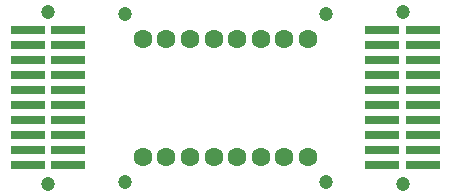
<source format=gts>
G04 #@! TF.FileFunction,Soldermask,Top*
%FSLAX46Y46*%
G04 Gerber Fmt 4.6, Leading zero omitted, Abs format (unit mm)*
G04 Created by KiCad (PCBNEW 4.0.2+e4-6225~38~ubuntu14.04.1-stable) date Sun 12 Jun 2016 23:41:07 BST*
%MOMM*%
G01*
G04 APERTURE LIST*
%ADD10C,0.100000*%
%ADD11C,1.200000*%
%ADD12C,1.600000*%
%ADD13R,2.920000X0.740000*%
G04 APERTURE END LIST*
D10*
D11*
X108500000Y-92900000D03*
X91500000Y-92900000D03*
D12*
X107000000Y-95000000D03*
X105000000Y-95000000D03*
X103000000Y-95000000D03*
X101000000Y-95000000D03*
X99000000Y-95000000D03*
X97000000Y-95000000D03*
X95000000Y-95000000D03*
X93000000Y-95000000D03*
D13*
X83285000Y-94285000D03*
X86715000Y-94285000D03*
X83285000Y-95555000D03*
X86715000Y-95555000D03*
X83285000Y-96825000D03*
X86715000Y-96825000D03*
X83285000Y-98095000D03*
X86715000Y-98095000D03*
X83285000Y-99365000D03*
X86715000Y-99365000D03*
X83285000Y-100635000D03*
X86715000Y-100635000D03*
X83285000Y-101905000D03*
X86715000Y-101905000D03*
X83285000Y-103175000D03*
X86715000Y-103175000D03*
X83285000Y-104445000D03*
X86715000Y-104445000D03*
X83285000Y-105715000D03*
X86715000Y-105715000D03*
X113285000Y-94285000D03*
X116715000Y-94285000D03*
X113285000Y-95555000D03*
X116715000Y-95555000D03*
X113285000Y-96825000D03*
X116715000Y-96825000D03*
X113285000Y-98095000D03*
X116715000Y-98095000D03*
X113285000Y-99365000D03*
X116715000Y-99365000D03*
X113285000Y-100635000D03*
X116715000Y-100635000D03*
X113285000Y-101905000D03*
X116715000Y-101905000D03*
X113285000Y-103175000D03*
X116715000Y-103175000D03*
X113285000Y-104445000D03*
X116715000Y-104445000D03*
X113285000Y-105715000D03*
X116715000Y-105715000D03*
D11*
X85000000Y-107305000D03*
X85000000Y-92695000D03*
X115000000Y-107305000D03*
X115000000Y-92695000D03*
X91500000Y-107100000D03*
X108500000Y-107100000D03*
D12*
X93000000Y-105000000D03*
X95000000Y-105000000D03*
X97000000Y-105000000D03*
X99000000Y-105000000D03*
X101000000Y-105000000D03*
X103000000Y-105000000D03*
X105000000Y-105000000D03*
X107000000Y-105000000D03*
M02*

</source>
